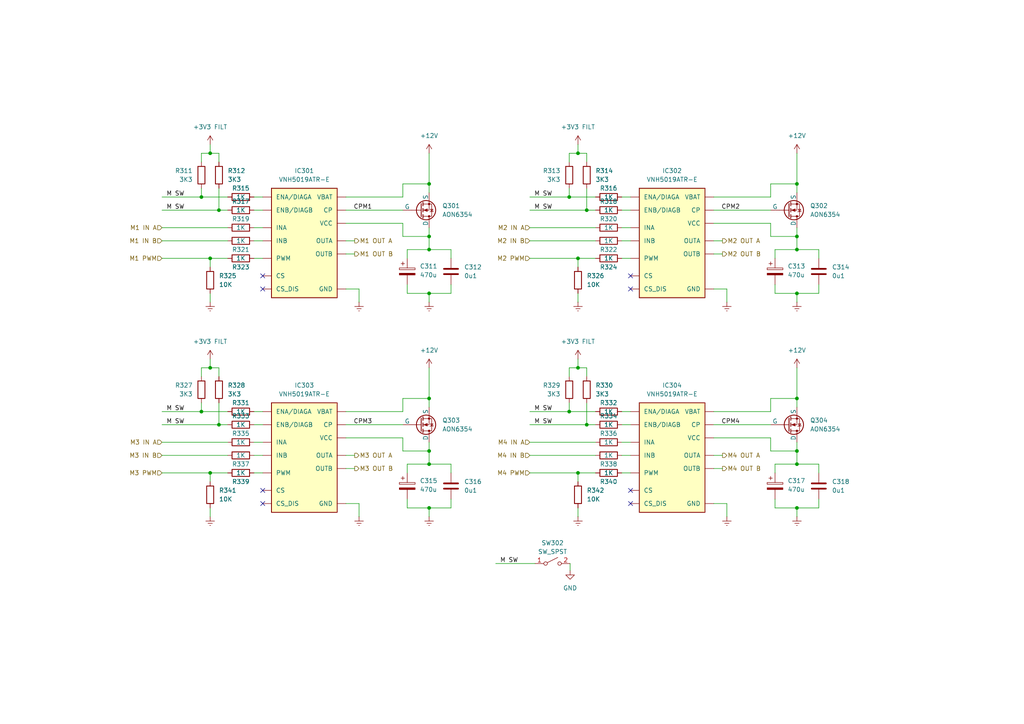
<source format=kicad_sch>
(kicad_sch (version 20231120) (generator "eeschema") (generator_version "8.0")
  (paper "A4")
  (lib_symbols
    (symbol "Device:C" (pin_numbers hide) (pin_names (offset 0.254))
      (property "Reference" "C" (at 0.635 2.54 0))
      (property "Value" "C" (at 0.635 -2.54 0))
      (symbol "C_0_1"
        (polyline (pts (xy -2.032 -0.762) (xy 2.032 -0.762)) (stroke (width 0.508)))
        (polyline (pts (xy -2.032 0.762) (xy 2.032 0.762)) (stroke (width 0.508)))
      )
      (symbol "C_1_1"
        (pin passive line (at 0 3.81 270) (length 2.794) (name "~") (number "1"))
        (pin passive line (at 0 -3.81 90) (length 2.794) (name "~") (number "2"))
      )
    )
    (symbol "Device:C_Polarized" (pin_numbers hide) (pin_names (offset 0.254))
      (property "Reference" "C" (at 0.635 2.54 0))
      (property "Value" "C_Polarized" (at 0.635 -2.54 0))
      (symbol "C_Polarized_0_1"
        (rectangle (start -2.286 0.508) (end 2.286 1.016))
        (polyline (pts (xy -1.778 2.286) (xy -0.762 2.286)))
        (polyline (pts (xy -1.27 2.794) (xy -1.27 1.778)))
        (rectangle (start 2.286 -0.508) (end -2.286 -1.016) (fill (type outline)))
      )
      (symbol "C_Polarized_1_1"
        (pin passive line (at 0 3.81 270) (length 2.794) (name "~") (number "1"))
        (pin passive line (at 0 -3.81 90) (length 2.794) (name "~") (number "2"))
      )
    )
    (symbol "Device:R" (pin_numbers hide) (pin_names (offset 0))
      (property "Reference" "R" (at 2.032 0 90))
      (property "Value" "R" (at 0 0 90))
      (symbol "R_0_1"
        (rectangle (start -1.016 -2.54) (end 1.016 2.54) (stroke (width 0.254)))
      )
      (symbol "R_1_1"
        (pin passive line (at 0 3.81 270) (length 1.27) (name "~") (number "1"))
        (pin passive line (at 0 -3.81 90) (length 1.27) (name "~") (number "2"))
      )
    )
    (symbol "Switch:SW_SPST" (pin_names (offset 0) hide)
      (property "Reference" "SW" (at 0 3.175 0))
      (property "Value" "SW_SPST" (at 0 -2.54 0))
      (symbol "SW_SPST_0_0"
        (circle (center -2.032 0) (radius 0.508))
        (polyline (pts (xy -1.524 0.254) (xy 1.524 1.778)))
        (circle (center 2.032 0) (radius 0.508))
      )
      (symbol "SW_SPST_1_1"
        (pin passive line (at -5.08 0 0) (length 2.54) (name "A") (number "1"))
        (pin passive line (at 5.08 0 180) (length 2.54) (name "B") (number "2"))
      )
    )
    (symbol "power:+12V" (power) (pin_names (offset 0))
      (property "Value" "+12V" (at 0 3.556 0))
      (symbol "+12V_0_1"
        (polyline (pts (xy -0.762 1.27) (xy 0 2.54)))
        (polyline (pts (xy 0 0) (xy 0 2.54)))
        (polyline (pts (xy 0 2.54) (xy 0.762 1.27)))
      )
      (symbol "+12V_1_1"
        (pin power_in line (at 0 0 90) (length 0) hide (name "+12V") (number "1"))
      )
    )
    (symbol "power:+3V3" (power) (pin_names (offset 0))
      (property "Value" "+3V3" (at 0 3.556 0))
      (symbol "+3V3_0_1"
        (polyline (pts (xy -0.762 1.27) (xy 0 2.54)))
        (polyline (pts (xy 0 0) (xy 0 2.54)))
        (polyline (pts (xy 0 2.54) (xy 0.762 1.27)))
      )
      (symbol "+3V3_1_1"
        (pin power_in line (at 0 0 90) (length 0) hide (name "+3V3") (number "1"))
      )
    )
    (symbol "power:GND" (power) (pin_names (offset 0))
      (property "Value" "GND" (at 0 -3.81 0))
      (symbol "GND_0_1"
        (polyline (pts (xy 0 0) (xy 0 -1.27) (xy 1.27 -1.27) (xy 0 -2.54) (xy -1.27 -1.27) (xy 0 -1.27)))
      )
      (symbol "GND_1_1"
        (pin power_in line (at 0 0 270) (length 0) hide (name "GND") (number "1"))
      )
    )
    (symbol "power:GNDREF" (power) (pin_numbers hide) (pin_names (offset 0) hide)
      (property "Value" "GNDREF" (at 0 -3.81 0))
      (symbol "GNDREF_0_1"
        (polyline (pts (xy -0.635 -1.905) (xy 0.635 -1.905)))
        (polyline (pts (xy -0.127 -2.54) (xy 0.127 -2.54)))
        (polyline (pts (xy 0 -1.27) (xy 0 0)))
        (polyline (pts (xy 1.27 -1.27) (xy -1.27 -1.27)))
      )
      (symbol "GNDREF_1_1"
        (pin power_in line (at 0 0 270) (length 0) (name "~") (number "1"))
      )
    )
    (symbol "vincent:AON6354" (pin_numbers hide) (pin_names (offset 0))
      (property "Reference" "Q" (at 10.16 1.27 0))
      (property "Value" "AON6354" (at 10.16 -1.27 0))
      (symbol "AON6354_0_1"
        (polyline (pts (xy 5.334 0) (xy 2.54 0)))
        (polyline (pts (xy 5.334 1.905) (xy 5.334 -1.905)) (stroke (width 0.254)))
        (polyline (pts (xy 5.842 -1.27) (xy 5.842 -2.286)) (stroke (width 0.254)))
        (polyline (pts (xy 5.842 0.508) (xy 5.842 -0.508)) (stroke (width 0.254)))
        (polyline (pts (xy 5.842 2.286) (xy 5.842 1.27)) (stroke (width 0.254)))
        (polyline (pts (xy 7.62 2.54) (xy 7.62 1.778)))
        (polyline (pts (xy 7.62 -2.54) (xy 7.62 0) (xy 5.842 0)))
        (polyline (pts (xy 5.842 -1.778) (xy 8.382 -1.778) (xy 8.382 1.778) (xy 5.842 1.778)))
        (polyline (pts (xy 6.096 0) (xy 7.112 0.381) (xy 7.112 -0.381) (xy 6.096 0)) (fill (type outline)))
        (polyline (pts (xy 7.874 0.508) (xy 8.001 0.381) (xy 8.763 0.381) (xy 8.89 0.254)))
        (polyline (pts (xy 8.382 0.381) (xy 8.001 -0.254) (xy 8.763 -0.254) (xy 8.382 0.381)))
        (circle (center 6.731 0) (radius 2.794) (stroke (width 0.254)))
        (circle (center 7.62 -1.778) (radius 0.254) (fill (type outline)))
        (circle (center 7.62 1.778) (radius 0.254) (fill (type outline)))
      )
      (symbol "AON6354_1_1"
        (pin passive line (at 7.62 -5.08 90) (length 2.54) (name "S") (number "1"))
        (pin passive line (at 7.62 -5.08 90) (length 2.54) hide (name "S") (number "2"))
        (pin passive line (at 7.62 -5.08 90) (length 2.54) hide (name "S") (number "3"))
        (pin input line (at 0 0 0) (length 2.54) (name "G") (number "4"))
        (pin passive line (at 7.62 5.08 270) (length 2.54) (name "D") (number "5"))
        (pin passive line (at 7.62 5.08 270) (length 2.54) hide (name "D") (number "6"))
        (pin passive line (at 7.62 5.08 270) (length 2.54) hide (name "D") (number "7"))
        (pin passive line (at 7.62 5.08 270) (length 2.54) hide (name "D") (number "8"))
        (pin passive line (at 7.62 5.08 270) (length 2.54) hide (name "D") (number "9"))
      )
    )
    (symbol "vincent:VNH5019ATR-E" (pin_numbers hide) (pin_names (offset 1.27))
      (property "Reference" "IC" (at 5.08 6.35 0))
      (property "Value" "VNH5019ATR-E" (at 11.43 3.81 0))
      (symbol "VNH5019ATR-E_1_1"
        (rectangle (start 5.08 2.54) (end 24.13 -29.21) (stroke (width 0.254)) (fill (type background)))
        (pin input line (at 26.67 -12.7 180) (length 2.54) (name "OUTA") (number "1"))
        (pin input line (at 2.54 -12.7 0) (length 2.54) (name "INB") (number "10"))
        (pin input line (at 26.67 -3.81 180) (length 2.54) (name "CP") (number "11"))
        (pin input line (at 26.67 0 180) (length 2.54) (name "VBAT") (number "12"))
        (pin input line (at 26.67 -7.62 180) (length 2.54) hide (name "VCC") (number "13"))
        (pin no_connect line (at 26.67 -24.13 180) (length 2.54) hide (name "NC") (number "14"))
        (pin input line (at 26.67 -16.51 180) (length 2.54) (name "OUTB") (number "15"))
        (pin input line (at 26.67 -16.51 180) (length 2.54) hide (name "OUTB") (number "16"))
        (pin no_connect line (at 26.67 -24.13 180) (length 2.54) hide (name "NC") (number "17"))
        (pin input line (at 26.67 -26.67 180) (length 2.54) (name "GND") (number "18"))
        (pin input line (at 26.67 -26.67 180) (length 2.54) hide (name "GND") (number "19"))
        (pin no_connect line (at 26.67 -24.13 180) (length 2.54) hide (name "NC") (number "2"))
        (pin input line (at 26.67 -26.67 180) (length 2.54) hide (name "GND") (number "20"))
        (pin input line (at 26.67 -16.51 180) (length 2.54) hide (name "OUTB") (number "21"))
        (pin no_connect line (at 26.67 -24.13 180) (length 2.54) hide (name "NC") (number "22"))
        (pin input line (at 26.67 -7.62 180) (length 2.54) hide (name "VCC") (number "23"))
        (pin no_connect line (at 26.67 -24.13 180) (length 2.54) hide (name "NC") (number "24"))
        (pin input line (at 26.67 -12.7 180) (length 2.54) hide (name "OUTA") (number "25"))
        (pin input line (at 26.67 -26.67 180) (length 2.54) hide (name "GND") (number "26"))
        (pin input line (at 26.67 -26.67 180) (length 2.54) hide (name "GND") (number "27"))
        (pin input line (at 26.67 -26.67 180) (length 2.54) hide (name "GND") (number "28"))
        (pin no_connect line (at 26.67 -24.13 180) (length 2.54) hide (name "NC") (number "29"))
        (pin input line (at 26.67 -7.62 180) (length 2.54) (name "VCC") (number "3"))
        (pin input line (at 26.67 -12.7 180) (length 2.54) hide (name "OUTA") (number "30"))
        (pin input line (at 26.67 -12.7 180) (length 2.54) hide (name "OUTA") (number "31"))
        (pin input line (at 26.67 -16.51 180) (length 2.54) hide (name "OUTB") (number "32"))
        (pin input line (at 26.67 -7.62 180) (length 2.54) hide (name "VCC") (number "33"))
        (pin input line (at 2.54 -8.89 0) (length 2.54) (name "INA") (number "4"))
        (pin input line (at 2.54 0 0) (length 2.54) (name "ENA/DIAGA") (number "5"))
        (pin input line (at 2.54 -26.67 0) (length 2.54) (name "CS_DIS") (number "6"))
        (pin input line (at 2.54 -17.78 0) (length 2.54) (name "PWM") (number "7"))
        (pin input line (at 2.54 -22.86 0) (length 2.54) (name "CS") (number "8"))
        (pin input line (at 2.54 -3.81 0) (length 2.54) (name "ENB/DIAGB") (number "9"))
      )
    )
  )
  (junction (at 124.46 72.39))
  (junction (at 231.14 130.81))
  (junction (at 124.46 68.58))
  (junction (at 124.46 130.81))
  (junction (at 231.14 147.32))
  (junction (at 60.96 74.93))
  (junction (at 124.46 147.32))
  (junction (at 165.1 57.15))
  (junction (at 231.14 53.34))
  (junction (at 124.46 115.57))
  (junction (at 167.64 74.93))
  (junction (at 231.14 68.58))
  (junction (at 60.96 106.68))
  (junction (at 231.14 85.09))
  (junction (at 124.46 85.09))
  (junction (at 231.14 134.62))
  (junction (at 170.18 123.19))
  (junction (at 58.42 57.15))
  (junction (at 124.46 53.34))
  (junction (at 58.42 119.38))
  (junction (at 167.64 137.16))
  (junction (at 60.96 137.16))
  (junction (at 167.64 106.68))
  (junction (at 63.5 123.19))
  (junction (at 231.14 115.57))
  (junction (at 124.46 134.62))
  (junction (at 63.5 60.96))
  (junction (at 170.18 60.96))
  (junction (at 60.96 44.45))
  (junction (at 165.1 119.38))
  (junction (at 231.14 72.39))
  (junction (at 167.64 44.45))
  (no_connect (at 76.2 83.82))
  (no_connect (at 76.2 142.24))
  (no_connect (at 182.88 146.05))
  (no_connect (at 182.88 80.01))
  (no_connect (at 182.88 142.24))
  (no_connect (at 76.2 146.05))
  (no_connect (at 182.88 83.82))
  (no_connect (at 76.2 80.01))
  (wire (pts (xy 130.81 134.62) (xy 130.81 137.16)))
  (wire (pts (xy 116.84 119.38) (xy 116.84 115.57)))
  (wire (pts (xy 130.81 72.39) (xy 130.81 74.93)))
  (wire (pts (xy 224.79 134.62) (xy 231.14 134.62)))
  (wire (pts (xy 100.33 127) (xy 116.84 127)))
  (wire (pts (xy 231.14 72.39) (xy 237.49 72.39)))
  (wire (pts (xy 100.33 83.82) (xy 104.14 83.82)))
  (wire (pts (xy 100.33 64.77) (xy 116.84 64.77)))
  (wire (pts (xy 223.52 119.38) (xy 223.52 115.57)))
  (wire (pts (xy 46.99 74.93) (xy 60.96 74.93)))
  (wire (pts (xy 180.34 57.15) (xy 182.88 57.15)))
  (wire (pts (xy 100.33 123.19) (xy 116.84 123.19)))
  (wire (pts (xy 165.1 54.61) (xy 165.1 57.15)))
  (wire (pts (xy 60.96 137.16) (xy 60.96 139.7)))
  (wire (pts (xy 231.14 134.62) (xy 237.49 134.62)))
  (wire (pts (xy 73.66 132.08) (xy 76.2 132.08)))
  (wire (pts (xy 124.46 68.58) (xy 124.46 72.39)))
  (wire (pts (xy 231.14 147.32) (xy 231.14 149.86)))
  (wire (pts (xy 180.34 137.16) (xy 182.88 137.16)))
  (wire (pts (xy 116.84 64.77) (xy 116.84 68.58)))
  (wire (pts (xy 58.42 54.61) (xy 58.42 57.15)))
  (wire (pts (xy 153.67 132.08) (xy 172.72 132.08)))
  (wire (pts (xy 223.52 115.57) (xy 231.14 115.57)))
  (wire (pts (xy 124.46 147.32) (xy 130.81 147.32)))
  (wire (pts (xy 73.66 69.85) (xy 76.2 69.85)))
  (wire (pts (xy 224.79 82.55) (xy 224.79 85.09)))
  (wire (pts (xy 73.66 66.04) (xy 76.2 66.04)))
  (wire (pts (xy 63.5 60.96) (xy 66.04 60.96)))
  (wire (pts (xy 100.33 119.38) (xy 116.84 119.38)))
  (wire (pts (xy 231.14 85.09) (xy 231.14 87.63)))
  (wire (pts (xy 60.96 104.14) (xy 60.96 106.68)))
  (wire (pts (xy 116.84 127) (xy 116.84 130.81)))
  (wire (pts (xy 231.14 128.27) (xy 231.14 130.81)))
  (wire (pts (xy 165.1 44.45) (xy 167.64 44.45)))
  (wire (pts (xy 104.14 83.82) (xy 104.14 87.63)))
  (wire (pts (xy 46.99 132.08) (xy 66.04 132.08)))
  (wire (pts (xy 237.49 82.55) (xy 237.49 85.09)))
  (wire (pts (xy 58.42 57.15) (xy 66.04 57.15)))
  (wire (pts (xy 237.49 144.78) (xy 237.49 147.32)))
  (wire (pts (xy 58.42 44.45) (xy 58.42 46.99)))
  (wire (pts (xy 170.18 44.45) (xy 170.18 46.99)))
  (wire (pts (xy 207.01 57.15) (xy 223.52 57.15)))
  (wire (pts (xy 124.46 55.88) (xy 124.46 53.34)))
  (wire (pts (xy 207.01 83.82) (xy 210.82 83.82)))
  (wire (pts (xy 46.99 69.85) (xy 66.04 69.85)))
  (wire (pts (xy 167.64 147.32) (xy 167.64 149.86)))
  (wire (pts (xy 210.82 83.82) (xy 210.82 87.63)))
  (wire (pts (xy 60.96 41.91) (xy 60.96 44.45)))
  (wire (pts (xy 237.49 134.62) (xy 237.49 137.16)))
  (wire (pts (xy 207.01 64.77) (xy 223.52 64.77)))
  (wire (pts (xy 170.18 60.96) (xy 172.72 60.96)))
  (wire (pts (xy 58.42 106.68) (xy 60.96 106.68)))
  (wire (pts (xy 100.33 146.05) (xy 104.14 146.05)))
  (wire (pts (xy 223.52 68.58) (xy 231.14 68.58)))
  (wire (pts (xy 165.1 44.45) (xy 165.1 46.99)))
  (wire (pts (xy 180.34 60.96) (xy 182.88 60.96)))
  (wire (pts (xy 167.64 106.68) (xy 170.18 106.68)))
  (wire (pts (xy 100.33 135.89) (xy 102.87 135.89)))
  (wire (pts (xy 231.14 130.81) (xy 231.14 134.62)))
  (wire (pts (xy 231.14 85.09) (xy 237.49 85.09)))
  (wire (pts (xy 180.34 132.08) (xy 182.88 132.08)))
  (wire (pts (xy 231.14 55.88) (xy 231.14 53.34)))
  (wire (pts (xy 104.14 146.05) (xy 104.14 149.86)))
  (wire (pts (xy 46.99 60.96) (xy 63.5 60.96)))
  (wire (pts (xy 46.99 128.27) (xy 66.04 128.27)))
  (wire (pts (xy 207.01 73.66) (xy 209.55 73.66)))
  (wire (pts (xy 124.46 118.11) (xy 124.46 115.57)))
  (wire (pts (xy 167.64 85.09) (xy 167.64 87.63)))
  (wire (pts (xy 124.46 44.45) (xy 124.46 53.34)))
  (wire (pts (xy 118.11 85.09) (xy 124.46 85.09)))
  (wire (pts (xy 224.79 134.62) (xy 224.79 137.16)))
  (wire (pts (xy 207.01 123.19) (xy 223.52 123.19)))
  (wire (pts (xy 73.66 57.15) (xy 76.2 57.15)))
  (wire (pts (xy 170.18 54.61) (xy 170.18 60.96)))
  (wire (pts (xy 170.18 116.84) (xy 170.18 123.19)))
  (wire (pts (xy 153.67 66.04) (xy 172.72 66.04)))
  (wire (pts (xy 60.96 106.68) (xy 63.5 106.68)))
  (wire (pts (xy 167.64 137.16) (xy 167.64 139.7)))
  (wire (pts (xy 165.1 116.84) (xy 165.1 119.38)))
  (wire (pts (xy 223.52 127) (xy 223.52 130.81)))
  (wire (pts (xy 231.14 147.32) (xy 237.49 147.32)))
  (wire (pts (xy 180.34 123.19) (xy 182.88 123.19)))
  (wire (pts (xy 73.66 60.96) (xy 76.2 60.96)))
  (wire (pts (xy 100.33 69.85) (xy 102.87 69.85)))
  (wire (pts (xy 223.52 130.81) (xy 231.14 130.81)))
  (wire (pts (xy 118.11 72.39) (xy 124.46 72.39)))
  (wire (pts (xy 58.42 44.45) (xy 60.96 44.45)))
  (wire (pts (xy 116.84 115.57) (xy 124.46 115.57)))
  (wire (pts (xy 165.1 57.15) (xy 172.72 57.15)))
  (wire (pts (xy 118.11 134.62) (xy 118.11 137.16)))
  (wire (pts (xy 46.99 137.16) (xy 60.96 137.16)))
  (wire (pts (xy 73.66 119.38) (xy 76.2 119.38)))
  (wire (pts (xy 118.11 147.32) (xy 124.46 147.32)))
  (wire (pts (xy 60.96 44.45) (xy 63.5 44.45)))
  (wire (pts (xy 165.1 119.38) (xy 172.72 119.38)))
  (wire (pts (xy 167.64 137.16) (xy 172.72 137.16)))
  (wire (pts (xy 116.84 57.15) (xy 116.84 53.34)))
  (wire (pts (xy 118.11 82.55) (xy 118.11 85.09)))
  (wire (pts (xy 207.01 135.89) (xy 209.55 135.89)))
  (wire (pts (xy 223.52 53.34) (xy 231.14 53.34)))
  (wire (pts (xy 165.1 106.68) (xy 165.1 109.22)))
  (wire (pts (xy 153.67 57.15) (xy 165.1 57.15)))
  (wire (pts (xy 46.99 123.19) (xy 63.5 123.19)))
  (wire (pts (xy 130.81 82.55) (xy 130.81 85.09)))
  (wire (pts (xy 118.11 72.39) (xy 118.11 74.93)))
  (wire (pts (xy 210.82 146.05) (xy 210.82 149.86)))
  (wire (pts (xy 167.64 104.14) (xy 167.64 106.68)))
  (wire (pts (xy 100.33 57.15) (xy 116.84 57.15)))
  (wire (pts (xy 73.66 128.27) (xy 76.2 128.27)))
  (wire (pts (xy 118.11 134.62) (xy 124.46 134.62)))
  (wire (pts (xy 124.46 106.68) (xy 124.46 115.57)))
  (wire (pts (xy 116.84 130.81) (xy 124.46 130.81)))
  (wire (pts (xy 153.67 74.93) (xy 167.64 74.93)))
  (wire (pts (xy 60.96 74.93) (xy 60.96 77.47)))
  (wire (pts (xy 63.5 123.19) (xy 66.04 123.19)))
  (wire (pts (xy 207.01 119.38) (xy 223.52 119.38)))
  (wire (pts (xy 224.79 147.32) (xy 231.14 147.32)))
  (wire (pts (xy 207.01 69.85) (xy 209.55 69.85)))
  (wire (pts (xy 180.34 128.27) (xy 182.88 128.27)))
  (wire (pts (xy 170.18 106.68) (xy 170.18 109.22)))
  (wire (pts (xy 180.34 74.93) (xy 182.88 74.93)))
  (wire (pts (xy 224.79 72.39) (xy 224.79 74.93)))
  (wire (pts (xy 207.01 60.96) (xy 223.52 60.96)))
  (wire (pts (xy 153.67 60.96) (xy 170.18 60.96)))
  (wire (pts (xy 224.79 72.39) (xy 231.14 72.39)))
  (wire (pts (xy 231.14 106.68) (xy 231.14 115.57)))
  (wire (pts (xy 130.81 144.78) (xy 130.81 147.32)))
  (wire (pts (xy 153.67 69.85) (xy 172.72 69.85)))
  (wire (pts (xy 73.66 74.93) (xy 76.2 74.93)))
  (wire (pts (xy 58.42 106.68) (xy 58.42 109.22)))
  (wire (pts (xy 63.5 44.45) (xy 63.5 46.99)))
  (wire (pts (xy 153.67 123.19) (xy 170.18 123.19)))
  (wire (pts (xy 153.67 128.27) (xy 172.72 128.27)))
  (wire (pts (xy 231.14 44.45) (xy 231.14 53.34)))
  (wire (pts (xy 60.96 74.93) (xy 66.04 74.93)))
  (wire (pts (xy 124.46 147.32) (xy 124.46 149.86)))
  (wire (pts (xy 231.14 118.11) (xy 231.14 115.57)))
  (wire (pts (xy 46.99 57.15) (xy 58.42 57.15)))
  (wire (pts (xy 180.34 119.38) (xy 182.88 119.38)))
  (wire (pts (xy 63.5 116.84) (xy 63.5 123.19)))
  (wire (pts (xy 63.5 54.61) (xy 63.5 60.96)))
  (wire (pts (xy 231.14 66.04) (xy 231.14 68.58)))
  (wire (pts (xy 180.34 69.85) (xy 182.88 69.85)))
  (wire (pts (xy 223.52 64.77) (xy 223.52 68.58)))
  (wire (pts (xy 124.46 134.62) (xy 130.81 134.62)))
  (wire (pts (xy 167.64 74.93) (xy 167.64 77.47)))
  (wire (pts (xy 124.46 85.09) (xy 130.81 85.09)))
  (wire (pts (xy 153.67 137.16) (xy 167.64 137.16)))
  (wire (pts (xy 58.42 116.84) (xy 58.42 119.38)))
  (wire (pts (xy 100.33 60.96) (xy 116.84 60.96)))
  (wire (pts (xy 124.46 85.09) (xy 124.46 87.63)))
  (wire (pts (xy 231.14 68.58) (xy 231.14 72.39)))
  (wire (pts (xy 167.64 41.91) (xy 167.64 44.45)))
  (wire (pts (xy 165.1 106.68) (xy 167.64 106.68)))
  (wire (pts (xy 124.46 128.27) (xy 124.46 130.81)))
  (wire (pts (xy 46.99 119.38) (xy 58.42 119.38)))
  (wire (pts (xy 73.66 123.19) (xy 76.2 123.19)))
  (wire (pts (xy 124.46 130.81) (xy 124.46 134.62)))
  (wire (pts (xy 170.18 123.19) (xy 172.72 123.19)))
  (wire (pts (xy 153.67 119.38) (xy 165.1 119.38)))
  (wire (pts (xy 167.64 44.45) (xy 170.18 44.45)))
  (wire (pts (xy 165.354 165.481) (xy 165.354 163.449)))
  (wire (pts (xy 73.66 137.16) (xy 76.2 137.16)))
  (wire (pts (xy 224.79 85.09) (xy 231.14 85.09)))
  (wire (pts (xy 124.46 72.39) (xy 130.81 72.39)))
  (wire (pts (xy 224.79 144.78) (xy 224.79 147.32)))
  (wire (pts (xy 58.42 119.38) (xy 66.04 119.38)))
  (wire (pts (xy 63.5 106.68) (xy 63.5 109.22)))
  (wire (pts (xy 116.84 53.34) (xy 124.46 53.34)))
  (wire (pts (xy 180.34 66.04) (xy 182.88 66.04)))
  (wire (pts (xy 223.52 57.15) (xy 223.52 53.34)))
  (wire (pts (xy 60.96 85.09) (xy 60.96 87.63)))
  (wire (pts (xy 118.11 144.78) (xy 118.11 147.32)))
  (wire (pts (xy 237.49 72.39) (xy 237.49 74.93)))
  (wire (pts (xy 207.01 132.08) (xy 209.55 132.08)))
  (wire (pts (xy 207.01 146.05) (xy 210.82 146.05)))
  (wire (pts (xy 143.764 163.449) (xy 155.194 163.449)))
  (wire (pts (xy 46.99 66.04) (xy 66.04 66.04)))
  (wire (pts (xy 100.33 132.08) (xy 102.87 132.08)))
  (wire (pts (xy 167.64 74.93) (xy 172.72 74.93)))
  (wire (pts (xy 207.01 127) (xy 223.52 127)))
  (wire (pts (xy 124.46 66.04) (xy 124.46 68.58)))
  (wire (pts (xy 60.96 147.32) (xy 60.96 149.86)))
  (wire (pts (xy 60.96 137.16) (xy 66.04 137.16)))
  (wire (pts (xy 100.33 73.66) (xy 102.87 73.66)))
  (wire (pts (xy 116.84 68.58) (xy 124.46 68.58)))
  (label "M SW" (at 145.034 163.449 0))
  (label "M SW" (at 48.26 60.96 0))
  (label "M SW" (at 154.94 119.38 0))
  (label "M SW" (at 48.26 119.38 0))
  (label "M SW" (at 154.94 60.96 0))
  (label "CPM2" (at 214.63 60.96 180))
  (label "CPM1" (at 107.95 60.96 180))
  (label "M SW" (at 154.94 123.19 0))
  (label "M SW" (at 48.26 57.15 0))
  (label "M SW" (at 154.94 57.15 0))
  (label "M SW" (at 48.26 123.19 0))
  (label "CPM3" (at 107.95 123.19 180))
  (label "CPM4" (at 214.63 123.19 180))
  (hierarchical_label "M1 IN B" (shape input) (at 46.99 69.85 180))
  (hierarchical_label "M4 OUT A" (shape output) (at 209.55 132.08 0))
  (hierarchical_label "M3 IN B" (shape input) (at 46.99 132.08 180))
  (hierarchical_label "M3 IN A" (shape input) (at 46.99 128.27 180))
  (hierarchical_label "M4 OUT B" (shape output) (at 209.55 135.89 0))
  (hierarchical_label "M4 IN A" (shape input) (at 153.67 128.27 180))
  (hierarchical_label "M3 PWM" (shape input) (at 46.99 137.16 180))
  (hierarchical_label "M2 OUT A" (shape output) (at 209.55 69.85 0))
  (hierarchical_label "M4 PWM" (shape input) (at 153.67 137.16 180))
  (hierarchical_label "M1 IN A" (shape input) (at 46.99 66.04 180))
  (hierarchical_label "M2 IN A" (shape input) (at 153.67 66.04 180))
  (hierarchical_label "M1 OUT B" (shape output) (at 102.87 73.66 0))
  (hierarchical_label "M3 OUT A" (shape output) (at 102.87 132.08 0))
  (hierarchical_label "M2 PWM" (shape input) (at 153.67 74.93 180))
  (hierarchical_label "M2 OUT B" (shape output) (at 209.55 73.66 0))
  (hierarchical_label "M3 OUT B" (shape output) (at 102.87 135.89 0))
  (hierarchical_label "M1 PWM" (shape input) (at 46.99 74.93 180))
  (hierarchical_label "M4 IN B" (shape input) (at 153.67 132.08 180))
  (hierarchical_label "M2 IN B" (shape input) (at 153.67 69.85 180))
  (hierarchical_label "M1 OUT A" (shape output) (at 102.87 69.85 0))
  (symbol (lib_id "Device:R") (at 170.18 113.03 180) (unit 1)
    (property "Reference" "R330" (at 172.72 111.76 0) (effects (justify right)))
    (property "Value" "3K3" (at 172.72 114.3 0) (effects (justify right)))
    (property "Footprint" "2024l2:res0603" (effects (hide yes)))
  )
  (symbol (lib_id "Device:R") (at 69.85 123.19 90) (unit 1)
    (property "Reference" "R333" (at 69.85 120.65 90))
    (property "Value" "1K" (at 69.85 123.19 90))
    (property "Footprint" "2024l2:res0603" (effects (hide yes)))
  )
  (symbol (lib_id "Device:R") (at 176.53 66.04 90) (unit 1)
    (property "Reference" "R320" (at 176.53 63.5 90))
    (property "Value" "1K" (at 176.53 66.04 90))
    (property "Footprint" "2024l2:res0603" (effects (hide yes)))
  )
  (symbol (lib_id "Device:R") (at 176.53 137.16 90) (mirror x) (unit 1)
    (property "Reference" "R340" (at 176.53 139.7 90))
    (property "Value" "1K" (at 176.53 137.16 90))
    (property "Footprint" "2024l2:res0603" (effects (hide yes)))
  )
  (symbol (lib_id "Device:R") (at 176.53 119.38 90) (unit 1)
    (property "Reference" "R332" (at 176.53 116.84 90))
    (property "Value" "1K" (at 176.53 119.38 90))
    (property "Footprint" "2024l2:res0603" (effects (hide yes)))
  )
  (symbol (lib_id "Device:R") (at 69.85 132.08 90) (mirror x) (unit 1)
    (property "Reference" "R337" (at 69.85 134.62 90))
    (property "Value" "1K" (at 69.85 132.08 90))
    (property "Footprint" "2024l2:res0603" (effects (hide yes)))
  )
  (symbol (lib_id "Device:C") (at 237.49 78.74 0) (mirror y) (unit 1)
    (property "Reference" "C314" (at 241.3 77.4699 0) (effects (justify right)))
    (property "Value" "0u1" (at 241.3 80.0099 0) (effects (justify right)))
    (property "Footprint" "2024l2:cap0603" (effects (hide yes)))
    (property "LCSC" "C3011705" (effects (hide yes)))
  )
  (symbol (lib_id "Device:R") (at 69.85 60.96 90) (unit 1)
    (property "Reference" "R317" (at 69.85 58.42 90))
    (property "Value" "1K" (at 69.85 60.96 90))
    (property "Footprint" "2024l2:res0603" (effects (hide yes)))
  )
  (symbol (lib_id "power:GNDREF") (at 210.82 149.86 0) (unit 1)
    (property "Reference" "#PWR0337" (effects (hide yes)))
    (property "Value" "GNDREF" (effects (hide yes)))
    (property "Description" "Power symbol creates a global label with name \"GNDREF\" , reference supply ground" (effects (hide yes)))
  )
  (symbol (lib_id "Device:R") (at 167.64 143.51 0) (unit 1)
    (property "Reference" "R342" (at 170.18 142.24 0) (effects (justify left)))
    (property "Value" "10K" (at 170.18 144.78 0) (effects (justify left)))
    (property "Footprint" "2024l2:res0603" (effects (hide yes)))
  )
  (symbol (lib_id "power:+3V3") (at 167.64 41.91 0) (unit 1)
    (property "Reference" "#PWR0318" (effects (hide yes)))
    (property "Value" "+3V3 FILT" (at 167.64 36.83 0))
    (property "Description" "Power symbol creates a global label with name \"+3V3\"" (effects (hide yes)))
  )
  (symbol (lib_id "power:GNDREF") (at 167.64 149.86 0) (unit 1)
    (property "Reference" "#PWR0336" (effects (hide yes)))
    (property "Value" "GNDREF" (effects (hide yes)))
    (property "Description" "Power symbol creates a global label with name \"GNDREF\" , reference supply ground" (effects (hide yes)))
  )
  (symbol (lib_id "Device:R") (at 176.53 57.15 90) (unit 1)
    (property "Reference" "R316" (at 176.53 54.61 90))
    (property "Value" "1K" (at 176.53 57.15 90))
    (property "Footprint" "2024l2:res0603" (effects (hide yes)))
  )
  (symbol (lib_id "Device:R") (at 176.53 128.27 90) (unit 1)
    (property "Reference" "R336" (at 176.53 125.73 90))
    (property "Value" "1K" (at 176.53 128.27 90))
    (property "Footprint" "2024l2:res0603" (effects (hide yes)))
  )
  (symbol (lib_id "power:+12V") (at 231.14 44.45 0) (unit 1)
    (property "Reference" "#PWR0320" (effects (hide yes)))
    (property "Value" "+12V" (at 231.14 39.37 0))
  )
  (symbol (lib_id "vincent:VNH5019ATR-E") (at 73.66 119.38 0) (unit 1)
    (property "Reference" "IC303" (at 88.265 111.76 0))
    (property "Value" "VNH5019ATR-E" (at 88.265 114.3 0))
    (property "Footprint" "2024l2:VNH5019A-E" (effects (hide yes)))
    (property "Datasheet" "https://www.st.com/resource/en/datasheet/vnh5019a-e.pdf" (effects (hide yes)))
    (property "Mouser Part Number" "511-VNH5019ATR-E" (effects (hide yes)))
    (property "Mouser Price/Stock" "https://www.mouser.co.uk/ProductDetail/STMicroelectronics/VNH5019ATR-E?qs=T%2FOtf55vL7cDceYVZzSNKw%3D%3D" (effects (hide yes)))
    (property "Manufacturer_Name" "STMicroelectronics" (effects (hide yes)))
    (property "Manufacturer_Part_Number" "VNH5019ATR-E" (effects (hide yes)))
  )
  (symbol (lib_id "power:GNDREF") (at 124.46 87.63 0) (unit 1)
    (property "Reference" "#PWR0322" (effects (hide yes)))
    (property "Value" "GNDREF" (effects (hide yes)))
    (property "Description" "Power symbol creates a global label with name \"GNDREF\" , reference supply ground" (effects (hide yes)))
  )
  (symbol (lib_id "power:+12V") (at 231.14 106.68 0) (unit 1)
    (property "Reference" "#PWR0332" (effects (hide yes)))
    (property "Value" "+12V" (at 231.14 101.6 0))
  )
  (symbol (lib_id "power:GND") (at 165.354 165.481 0) (unit 1)
    (property "Reference" "#PWR0339" (effects (hide yes)))
    (property "Value" "GND" (at 165.354 170.561 0))
  )
  (symbol (lib_id "vincent:VNH5019ATR-E") (at 180.34 119.38 0) (unit 1)
    (property "Reference" "IC304" (at 194.945 111.76 0))
    (property "Value" "VNH5019ATR-E" (at 194.945 114.3 0))
    (property "Footprint" "2024l2:VNH5019A-E" (effects (hide yes)))
    (property "Datasheet" "https://www.st.com/resource/en/datasheet/vnh5019a-e.pdf" (effects (hide yes)))
    (property "Mouser Part Number" "511-VNH5019ATR-E" (effects (hide yes)))
    (property "Mouser Price/Stock" "https://www.mouser.co.uk/ProductDetail/STMicroelectronics/VNH5019ATR-E?qs=T%2FOtf55vL7cDceYVZzSNKw%3D%3D" (effects (hide yes)))
    (property "Manufacturer_Name" "STMicroelectronics" (effects (hide yes)))
    (property "Manufacturer_Part_Number" "VNH5019ATR-E" (effects (hide yes)))
  )
  (symbol (lib_id "Device:R") (at 176.53 74.93 90) (mirror x) (unit 1)
    (property "Reference" "R324" (at 176.53 77.47 90))
    (property "Value" "1K" (at 176.53 74.93 90))
    (property "Footprint" "2024l2:res0603" (effects (hide yes)))
  )
  (symbol (lib_id "vincent:VNH5019ATR-E") (at 73.66 57.15 0) (unit 1)
    (property "Reference" "IC301" (at 88.265 49.53 0))
    (property "Value" "VNH5019ATR-E" (at 88.265 52.07 0))
    (property "Footprint" "2024l2:VNH5019A-E" (effects (hide yes)))
    (property "Datasheet" "https://www.st.com/resource/en/datasheet/vnh5019a-e.pdf" (effects (hide yes)))
    (property "Mouser Part Number" "511-VNH5019ATR-E" (effects (hide yes)))
    (property "Mouser Price/Stock" "https://www.mouser.co.uk/ProductDetail/STMicroelectronics/VNH5019ATR-E?qs=T%2FOtf55vL7cDceYVZzSNKw%3D%3D" (effects (hide yes)))
    (property "Manufacturer_Name" "STMicroelectronics" (effects (hide yes)))
    (property "Manufacturer_Part_Number" "VNH5019ATR-E" (effects (hide yes)))
  )
  (symbol (lib_id "power:GNDREF") (at 60.96 87.63 0) (unit 1)
    (property "Reference" "#PWR0321" (effects (hide yes)))
    (property "Value" "GNDREF" (effects (hide yes)))
    (property "Description" "Power symbol creates a global label with name \"GNDREF\" , reference supply ground" (effects (hide yes)))
  )
  (symbol (lib_id "Device:R") (at 60.96 143.51 0) (unit 1)
    (property "Reference" "R341" (at 63.5 142.24 0) (effects (justify left)))
    (property "Value" "10K" (at 63.5 144.78 0) (effects (justify left)))
    (property "Footprint" "2024l2:res0603" (effects (hide yes)))
  )
  (symbol (lib_id "Device:R") (at 63.5 113.03 180) (unit 1)
    (property "Reference" "R328" (at 66.04 111.76 0) (effects (justify right)))
    (property "Value" "3K3" (at 66.04 114.3 0) (effects (justify right)))
    (property "Footprint" "2024l2:res0603" (effects (hide yes)))
  )
  (symbol (lib_id "power:GNDREF") (at 231.14 87.63 0) (unit 1)
    (property "Reference" "#PWR0326" (effects (hide yes)))
    (property "Value" "GNDREF" (effects (hide yes)))
    (property "Description" "Power symbol creates a global label with name \"GNDREF\" , reference supply ground" (effects (hide yes)))
  )
  (symbol (lib_id "power:+3V3") (at 60.96 41.91 0) (unit 1)
    (property "Reference" "#PWR0315" (effects (hide yes)))
    (property "Value" "+3V3 FILT" (at 60.96 36.83 0))
    (property "Description" "Power symbol creates a global label with name \"+3V3\"" (effects (hide yes)))
  )
  (symbol (lib_id "Device:C_Polarized") (at 118.11 78.74 0) (unit 1)
    (property "Reference" "C311" (at 121.7693 77.216 0) (effects (justify left)))
    (property "Value" "470u" (at 121.7693 79.756 0) (effects (justify left)))
    (property "Footprint" "2024l2:CP_Radial_D8.0mm_P3.50mm" (effects (hide yes)))
    (property "LCSC" "C5162352" (effects (hide yes)))
  )
  (symbol (lib_id "vincent:AON6354") (at 223.52 60.96 0) (mirror x) (unit 1)
    (property "Reference" "Q302" (at 234.95 59.69 0) (effects (justify left)))
    (property "Value" "AON6354" (at 234.95 62.23 0) (effects (justify left)))
    (property "Footprint" "2024l2:8-DFN (5x6)" (effects (hide yes)))
    (property "Datasheet" "https://aosmd.com/res/data_sheets/AON6354.pdf" (effects (hide yes)))
  )
  (symbol (lib_id "power:+3V3") (at 60.96 104.14 0) (unit 1)
    (property "Reference" "#PWR0316" (effects (hide yes)))
    (property "Value" "+3V3 FILT" (at 60.96 99.06 0))
    (property "Description" "Power symbol creates a global label with name \"+3V3\"" (effects (hide yes)))
  )
  (symbol (lib_id "vincent:VNH5019ATR-E") (at 180.34 57.15 0) (unit 1)
    (property "Reference" "IC302" (at 194.945 49.53 0))
    (property "Value" "VNH5019ATR-E" (at 194.945 52.07 0))
    (property "Footprint" "2024l2:VNH5019A-E" (effects (hide yes)))
    (property "Datasheet" "https://www.st.com/resource/en/datasheet/vnh5019a-e.pdf" (effects (hide yes)))
    (property "Mouser Part Number" "511-VNH5019ATR-E" (effects (hide yes)))
    (property "Mouser Price/Stock" "https://www.mouser.co.uk/ProductDetail/STMicroelectronics/VNH5019ATR-E?qs=T%2FOtf55vL7cDceYVZzSNKw%3D%3D" (effects (hide yes)))
    (property "Manufacturer_Name" "STMicroelectronics" (effects (hide yes)))
    (property "Manufacturer_Part_Number" "VNH5019ATR-E" (effects (hide yes)))
  )
  (symbol (lib_id "power:GNDREF") (at 231.14 149.86 0) (unit 1)
    (property "Reference" "#PWR0338" (effects (hide yes)))
    (property "Value" "GNDREF" (effects (hide yes)))
    (property "Description" "Power symbol creates a global label with name \"GNDREF\" , reference supply ground" (effects (hide yes)))
  )
  (symbol (lib_id "Device:R") (at 69.85 57.15 90) (unit 1)
    (property "Reference" "R315" (at 69.85 54.61 90))
    (property "Value" "1K" (at 69.85 57.15 90))
    (property "Footprint" "2024l2:res0603" (effects (hide yes)))
  )
  (symbol (lib_id "Device:C_Polarized") (at 224.79 140.97 0) (unit 1)
    (property "Reference" "C317" (at 228.4493 139.446 0) (effects (justify left)))
    (property "Value" "470u" (at 228.4493 141.986 0) (effects (justify left)))
    (property "Footprint" "2024l2:CP_Radial_D8.0mm_P3.50mm" (effects (hide yes)))
    (property "LCSC" "C5162352" (effects (hide yes)))
  )
  (symbol (lib_id "Device:R") (at 167.64 81.28 0) (unit 1)
    (property "Reference" "R326" (at 170.18 80.01 0) (effects (justify left)))
    (property "Value" "10K" (at 170.18 82.55 0) (effects (justify left)))
    (property "Footprint" "2024l2:res0603" (effects (hide yes)))
  )
  (symbol (lib_id "Device:R") (at 58.42 113.03 0) (mirror x) (unit 1)
    (property "Reference" "R327" (at 55.88 111.76 0) (effects (justify right)))
    (property "Value" "3K3" (at 55.88 114.3 0) (effects (justify right)))
    (property "Footprint" "2024l2:res0603" (effects (hide yes)))
  )
  (symbol (lib_id "vincent:AON6354") (at 116.84 123.19 0) (mirror x) (unit 1)
    (property "Reference" "Q303" (at 128.27 121.92 0) (effects (justify left)))
    (property "Value" "AON6354" (at 128.27 124.46 0) (effects (justify left)))
    (property "Footprint" "2024l2:8-DFN (5x6)" (effects (hide yes)))
    (property "Datasheet" "https://aosmd.com/res/data_sheets/AON6354.pdf" (effects (hide yes)))
  )
  (symbol (lib_id "Device:R") (at 69.85 69.85 90) (mirror x) (unit 1)
    (property "Reference" "R321" (at 69.85 72.39 90))
    (property "Value" "1K" (at 69.85 69.85 90))
    (property "Footprint" "2024l2:res0603" (effects (hide yes)))
  )
  (symbol (lib_id "Device:R") (at 58.42 50.8 0) (mirror x) (unit 1)
    (property "Reference" "R311" (at 55.88 49.53 0) (effects (justify right)))
    (property "Value" "3K3" (at 55.88 52.07 0) (effects (justify right)))
    (property "Footprint" "2024l2:res0603" (effects (hide yes)))
  )
  (symbol (lib_id "Device:R") (at 60.96 81.28 0) (unit 1)
    (property "Reference" "R325" (at 63.5 80.01 0) (effects (justify left)))
    (property "Value" "10K" (at 63.5 82.55 0) (effects (justify left)))
    (property "Footprint" "2024l2:res0603" (effects (hide yes)))
  )
  (symbol (lib_id "power:GNDREF") (at 124.46 149.86 0) (unit 1)
    (property "Reference" "#PWR0335" (effects (hide yes)))
    (property "Value" "GNDREF" (effects (hide yes)))
    (property "Description" "Power symbol creates a global label with name \"GNDREF\" , reference supply ground" (effects (hide yes)))
  )
  (symbol (lib_id "Switch:SW_SPST") (at 160.274 163.449 0) (unit 1)
    (property "Reference" "SW302" (at 160.274 157.4781 0))
    (property "Value" "SW_SPST" (at 160.274 160.0181 0))
    (property "Footprint" "Connector_JST:JST_XH_B2B-XH-A_1x02_P2.50mm_Vertical" (effects (hide yes)))
  )
  (symbol (lib_id "Device:C") (at 130.81 140.97 0) (mirror y) (unit 1)
    (property "Reference" "C316" (at 134.62 139.6999 0) (effects (justify right)))
    (property "Value" "0u1" (at 134.62 142.2399 0) (effects (justify right)))
    (property "Footprint" "2024l2:cap0603" (effects (hide yes)))
    (property "LCSC" "C3011705" (effects (hide yes)))
  )
  (symbol (lib_id "Device:R") (at 69.85 74.93 90) (mirror x) (unit 1)
    (property "Reference" "R323" (at 69.85 77.47 90))
    (property "Value" "1K" (at 69.85 74.93 90))
    (property "Footprint" "2024l2:res0603" (effects (hide yes)))
  )
  (symbol (lib_id "Device:R") (at 170.18 50.8 180) (unit 1)
    (property "Reference" "R314" (at 172.72 49.53 0) (effects (justify right)))
    (property "Value" "3K3" (at 172.72 52.07 0) (effects (justify right)))
    (property "Footprint" "2024l2:res0603" (effects (hide yes)))
  )
  (symbol (lib_id "Device:R") (at 63.5 50.8 180) (unit 1)
    (property "Reference" "R312" (at 66.04 49.53 0) (effects (justify right)))
    (property "Value" "3K3" (at 66.04 52.07 0) (effects (justify right)))
    (property "Footprint" "2024l2:res0603" (effects (hide yes)))
  )
  (symbol (lib_id "Device:R") (at 69.85 137.16 90) (mirror x) (unit 1)
    (property "Reference" "R339" (at 69.85 139.7 90))
    (property "Value" "1K" (at 69.85 137.16 90))
    (property "Footprint" "2024l2:res0603" (effects (hide yes)))
  )
  (symbol (lib_id "Device:R") (at 176.53 132.08 90) (mirror x) (unit 1)
    (property "Reference" "R338" (at 176.53 134.62 90))
    (property "Value" "1K" (at 176.53 132.08 90))
    (property "Footprint" "2024l2:res0603" (effects (hide yes)))
  )
  (symbol (lib_id "power:GNDREF") (at 210.82 87.63 0) (unit 1)
    (property "Reference" "#PWR0325" (effects (hide yes)))
    (property "Value" "GNDREF" (effects (hide yes)))
    (property "Description" "Power symbol creates a global label with name \"GNDREF\" , reference supply ground" (effects (hide yes)))
  )
  (symbol (lib_id "Device:R") (at 165.1 50.8 0) (mirror x) (unit 1)
    (property "Reference" "R313" (at 162.56 49.53 0) (effects (justify right)))
    (property "Value" "3K3" (at 162.56 52.07 0) (effects (justify right)))
    (property "Footprint" "2024l2:res0603" (effects (hide yes)))
  )
  (symbol (lib_id "power:+12V") (at 124.46 106.68 0) (unit 1)
    (property "Reference" "#PWR0329" (effects (hide yes)))
    (property "Value" "+12V" (at 124.46 101.6 0))
  )
  (symbol (lib_id "Device:R") (at 69.85 128.27 90) (unit 1)
    (property "Reference" "R335" (at 69.85 125.73 90))
    (property "Value" "1K" (at 69.85 128.27 90))
    (property "Footprint" "2024l2:res0603" (effects (hide yes)))
  )
  (symbol (lib_id "vincent:AON6354") (at 116.84 60.96 0) (mirror x) (unit 1)
    (property "Reference" "Q301" (at 128.27 59.69 0) (effects (justify left)))
    (property "Value" "AON6354" (at 128.27 62.23 0) (effects (justify left)))
    (property "Footprint" "2024l2:8-DFN (5x6)" (effects (hide yes)))
    (property "Datasheet" "https://aosmd.com/res/data_sheets/AON6354.pdf" (effects (hide yes)))
  )
  (symbol (lib_id "power:+12V") (at 124.46 44.45 0) (unit 1)
    (property "Reference" "#PWR0317" (effects (hide yes)))
    (property "Value" "+12V" (at 124.46 39.37 0))
  )
  (symbol (lib_id "Device:R") (at 176.53 123.19 90) (unit 1)
    (property "Reference" "R334" (at 176.53 120.65 90))
    (property "Value" "1K" (at 176.53 123.19 90))
    (property "Footprint" "2024l2:res0603" (effects (hide yes)))
  )
  (symbol (lib_id "Device:C_Polarized") (at 118.11 140.97 0) (unit 1)
    (property "Reference" "C315" (at 121.7693 139.446 0) (effects (justify left)))
    (property "Value" "470u" (at 121.7693 141.986 0) (effects (justify left)))
    (property "Footprint" "2024l2:CP_Radial_D8.0mm_P3.50mm" (effects (hide yes)))
    (property "LCSC" "C5162352" (effects (hide yes)))
  )
  (symbol (lib_id "power:+3V3") (at 167.64 104.14 0) (unit 1)
    (property "Reference" "#PWR0327" (effects (hide yes)))
    (property "Value" "+3V3 FILT" (at 167.64 99.06 0))
    (property "Description" "Power symbol creates a global label with name \"+3V3\"" (effects (hide yes)))
  )
  (symbol (lib_id "Device:R") (at 176.53 60.96 90) (unit 1)
    (property "Reference" "R318" (at 176.53 58.42 90))
    (property "Value" "1K" (at 176.53 60.96 90))
    (property "Footprint" "2024l2:res0603" (effects (hide yes)))
  )
  (symbol (lib_id "Device:R") (at 176.53 69.85 90) (mirror x) (unit 1)
    (property "Reference" "R322" (at 176.53 72.39 90))
    (property "Value" "1K" (at 176.53 69.85 90))
    (property "Footprint" "2024l2:res0603" (effects (hide yes)))
  )
  (symbol (lib_id "Device:R") (at 69.85 66.04 90) (unit 1)
    (property "Reference" "R319" (at 69.85 63.5 90))
    (property "Value" "1K" (at 69.85 66.04 90))
    (property "Footprint" "2024l2:res0603" (effects (hide yes)))
  )
  (symbol (lib_id "Device:C") (at 237.49 140.97 0) (mirror y) (unit 1)
    (property "Reference" "C318" (at 241.3 139.6999 0) (effects (justify right)))
    (property "Value" "0u1" (at 241.3 142.2399 0) (effects (justify right)))
    (property "Footprint" "2024l2:cap0603" (effects (hide yes)))
    (property "LCSC" "C3011705" (effects (hide yes)))
  )
  (symbol (lib_id "Device:R") (at 69.85 119.38 90) (unit 1)
    (property "Reference" "R331" (at 69.85 116.84 90))
    (property "Value" "1K" (at 69.85 119.38 90))
    (property "Footprint" "2024l2:res0603" (effects (hide yes)))
  )
  (symbol (lib_id "power:GNDREF") (at 60.96 149.86 0) (unit 1)
    (property "Reference" "#PWR0333" (effects (hide yes)))
    (property "Value" "GNDREF" (effects (hide yes)))
    (property "Description" "Power symbol creates a global label with name \"GNDREF\" , reference supply ground" (effects (hide yes)))
  )
  (symbol (lib_id "Device:R") (at 165.1 113.03 0) (mirror x) (unit 1)
    (property "Reference" "R329" (at 162.56 111.76 0) (effects (justify right)))
    (property "Value" "3K3" (at 162.56 114.3 0) (effects (justify right)))
    (property "Footprint" "2024l2:res0603" (effects (hide yes)))
  )
  (symbol (lib_id "Device:C") (at 130.81 78.74 0) (mirror y) (unit 1)
    (property "Reference" "C312" (at 134.62 77.4699 0) (effects (justify right)))
    (property "Value" "0u1" (at 134.62 80.0099 0) (effects (justify right)))
    (property "Footprint" "2024l2:cap0603" (effects (hide yes)))
    (property "LCSC" "C3011705" (effects (hide yes)))
  )
  (symbol (lib_id "vincent:AON6354") (at 223.52 123.19 0) (mirror x) (unit 1)
    (property "Reference" "Q304" (at 234.95 121.92 0) (effects (justify left)))
    (property "Value" "AON6354" (at 234.95 124.46 0) (effects (justify left)))
    (property "Footprint" "2024l2:8-DFN (5x6)" (effects (hide yes)))
    (property "Datasheet" "https://aosmd.com/res/data_sheets/AON6354.pdf" (effects (hide yes)))
  )
  (symbol (lib_id "Device:C_Polarized") (at 224.79 78.74 0) (unit 1)
    (property "Reference" "C313" (at 228.4493 77.216 0) (effects (justify left)))
    (property "Value" "470u" (at 228.4493 79.756 0) (effects (justify left)))
    (property "Footprint" "2024l2:CP_Radial_D8.0mm_P3.50mm" (effects (hide yes)))
    (property "LCSC" "C5162352" (effects (hide yes)))
  )
  (symbol (lib_id "power:GNDREF") (at 167.64 87.63 0) (unit 1)
    (property "Reference" "#PWR0324" (effects (hide yes)))
    (property "Value" "GNDREF" (effects (hide yes)))
    (property "Description" "Power symbol creates a global label with name \"GNDREF\" , reference supply ground" (effects (hide yes)))
  )
  (symbol (lib_id "power:GNDREF") (at 104.14 149.86 0) (unit 1)
    (property "Reference" "#PWR0334" (effects (hide yes)))
    (property "Value" "GNDREF" (effects (hide yes)))
    (property "Description" "Power symbol creates a global label with name \"GNDREF\" , reference supply ground" (effects (hide yes)))
  )
  (symbol (lib_id "power:GNDREF") (at 104.14 87.63 0) (unit 1)
    (property "Reference" "#PWR0323" (effects (hide yes)))
    (property "Value" "GNDREF" (effects (hide yes)))
    (property "Description" "Power symbol creates a global label with name \"GNDREF\" , reference supply ground" (effects (hide yes)))
  )
)
</source>
